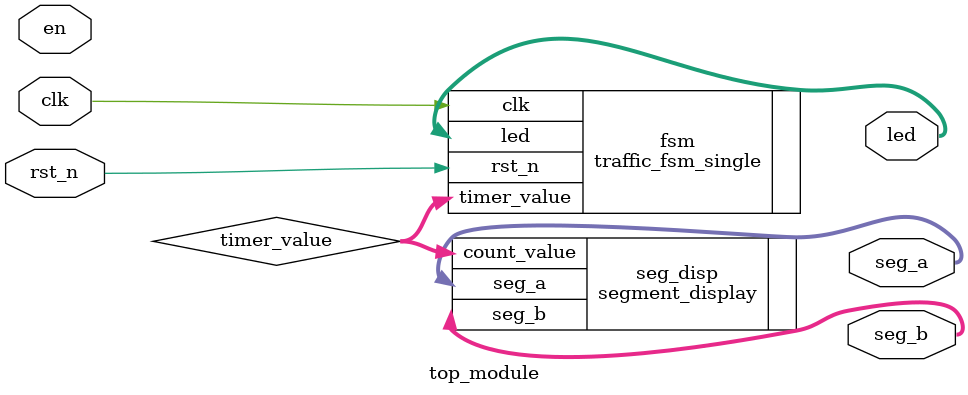
<source format=v>
`include "clock_divider.v"
`include "traffic_fsm_single.v"
`include "counter.v"
`include "segment_display.v"    


module top_module (
    input en, clk, rst_n,
    output      [1:0] led,         
    output      [6:0] seg_a,
    output      [6:0] seg_b
);


    wire [5:0] timer_value;
    wire [5:0] counter_value;

    // clock_divider clk_div (
    //     .clk(clk),
    //     .rst_n(rst_n),
    //     .clk_1Hz(clk_out)
    // );

    traffic_fsm_single fsm (
        .clk(clk),
        .rst_n(rst_n),
        .led(led),
        .timer_value(timer_value)
    );

    segment_display seg_disp (
        .count_value(timer_value),
        .seg_a(seg_a),
        .seg_b(seg_b)
    );

endmodule

</source>
